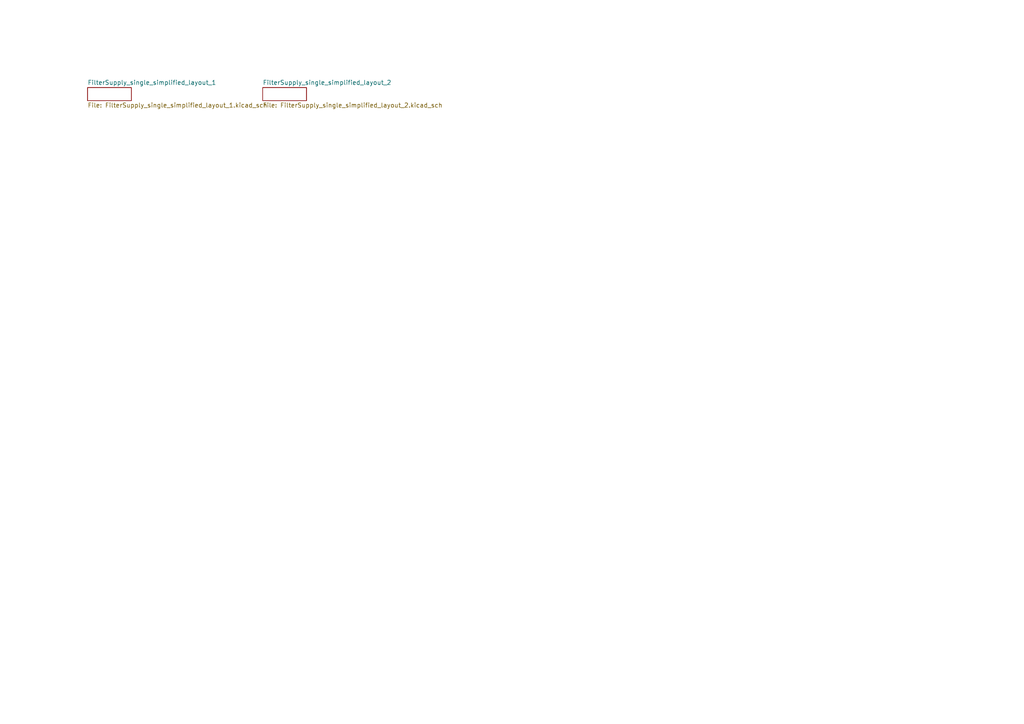
<source format=kicad_sch>
(kicad_sch (version 20211123) (generator eeschema)
  (paper "A4")
  (lib_symbols)
  (sheet (at 76.2 25.4) (size 12.7 3.81)
    (property "Sheet name" "FilterSupply_single_simplified_layout_2" (at 76.2 24.6884 0) (effects (justify left bottom)))
    (property "Sheet file" "FilterSupply_single_simplified_layout_2.kicad_sch" (at 76.2 29.7946 0) (effects (justify left top)))
  )
  (sheet (at 25.4 25.4) (size 12.7 3.81)
    (property "Sheet name" "FilterSupply_single_simplified_layout_1" (at 25.4 24.6884 0) (effects (justify left bottom)))
    (property "Sheet file" "FilterSupply_single_simplified_layout_1.kicad_sch" (at 25.4 29.7946 0) (effects (justify left top)))
  )
)
</source>
